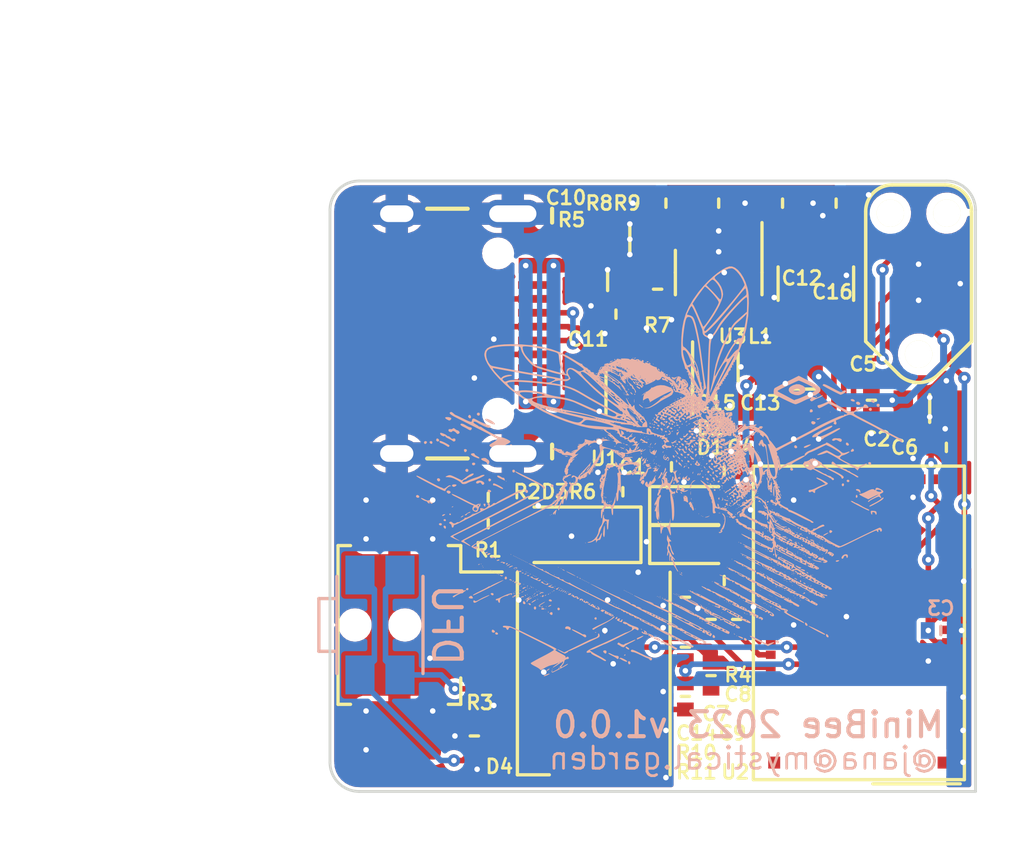
<source format=kicad_pcb>
(kicad_pcb (version 20211014) (generator pcbnew)
  (layers (0 "F.Cu" signal) (31 "B.Cu" signal) (34 "B.Paste" user) (35 "F.Paste" user) (36 "B.SilkS" user "B.Silkscreen") (37 "F.SilkS" user "F.Silkscreen") (38 "B.Mask" user) (39 "F.Mask" user) (44 "Edge.Cuts" user))
  (net 0 "")
  (net 1 "GND")
  (net 2 "VBUS")
  (net 3 "+3V3")
  (net 4 "RST")
  (net 5 "Net-(C7-Pad2)")
  (net 6 "Net-(C8-Pad2)")
  (net 7 "Net-(C9-Pad2)")
  (net 8 "Net-(C10-Pad2)")
  (net 9 "Net-(C12-Pad1)")
  (net 10 "Net-(C12-Pad2)")
  (net 11 "Net-(C14-Pad2)")
  (net 12 "Net-(D1-Pad2)")
  (net 13 "Net-(D4-Pad2)")
  (net 14 "Net-(D4-Pad4)")
  (net 15 "Net-(J1-PadA5)")
  (net 16 "D+")
  (net 17 "D-")
  (net 19 "Net-(J1-PadB5)")
  (net 21 "SDA")
  (net 22 "SCL")
  (net 23 "T1")
  (net 24 "T2")
  (net 25 "T3")
  (net 26 "SWDIO")
  (net 27 "SWCLK")
  (net 28 "TDO")
  (net 29 "Net-(R3-Pad1)")
  (net 30 "Net-(R4-Pad1)")
  (net 31 "Net-(R7-Pad2)")
  (net 32 "Net-(R8-Pad2)")
  (net 91 "Net-(D2-Pad1)")
  (footprint "otter:C_0805" (layer "F.Cu") (at 71.6 58.2 180)
    (fp_text reference "C2")
    (fp_text value "4u7" hide)
  )
  (footprint "otter:C_0402" (layer "F.Cu") (at 64.65 65.8 -90)
    (fp_text reference "C8")
    (fp_text value "3p3" hide)
  )
  (footprint "otter:C_0402" (layer "F.Cu") (at 62.8 65 90)
    (fp_text reference "C14")
    (fp_text value "100n" hide)
  )
  (footprint "otter:R_0402" (layer "F.Cu") (at 62.8 68.575 90)
    (fp_text reference "R11")
    (fp_text value "20" hide)
  )
  (footprint "otter:R_0402" (layer "F.Cu") (at 55.2 70 90)
    (fp_text reference "R3")
    (fp_text value "5k1" hide)
  )
  (footprint "otter:C_0402" (layer "F.Cu") (at 60.3 54.8)
    (fp_text reference "C11")
    (fp_text value "100n" hide)
  )
  (footprint "otter:R_0402" (layer "F.Cu") (at 55.7 62.35)
    (fp_text reference "R1")
    (fp_text value "5k1" hide)
  )
  (footprint "otter:C_0402" (layer "F.Cu") (at 63.725 65.8 -90)
    (fp_text reference "C7")
    (fp_text value "3p3" hide)
  )
  (footprint "otter:TC2030" (layer "F.Cu") (at 71.2 53.7 90)
    (fp_text reference "P1" hide)
    (fp_text value "TC2030-CTX-Tag-Connect" hide)
  )
  (footprint "otter:LED_0603_1608Metric" (layer "F.Cu") (at 63.2 61.7)
    (fp_text reference "D2")
    (fp_text value "LED")
  )
  (footprint "otter:C_0805" (layer "F.Cu") (at 67.1 57.5 90)
    (fp_text reference "C13")
    (fp_text value "4u7" hide)
  )
  (footprint "Package_TO_SOT_SMD:SOT-23-6" (layer "F.Cu") (at 64 53.3 -90)
    (fp_text reference "U3")
    (fp_text value "SY8201")
  )
  (footprint "otter:C_0805" (layer "F.Cu") (at 60.8 52.1)
    (fp_text reference "C10")
    (fp_text value "4u7" hide)
  )
  (footprint "otter:R_0402" (layer "F.Cu") (at 62.8 66.8 90)
    (fp_text reference "R10")
    (fp_text value "100k" hide)
  )
  (footprint "otter:R_0402" (layer "F.Cu") (at 64 50.8)
    (fp_text reference "R9")
    (fp_text value "22k" hide)
  )
  (footprint "Diode_SMD:D_SOD-123F" (layer "F.Cu") (at 59 62.75 180)
    (fp_text reference "D3")
    (fp_text value "D_Small")
  )
  (footprint "otter:LED_0603_1608Metric" (layer "F.Cu") (at 63.2 63.1)
    (fp_text reference "D1")
    (fp_text value "LED")
  )
  (footprint "Connector_Molex:Molex_PicoBlade_53261-0371_1x03-1MP_P1.25mm_Horizontal" (layer "F.Cu") (at 53 66 -90)
    (fp_text reference "J4" hide)
    (fp_text value "SK6812")
  )
  (footprint "otter:C_0402" (layer "F.Cu") (at 68.23 50.8)
    (fp_text reference "C16")
    (fp_text value "100n" hide)
  )
  (footprint "otter:C_0402" (layer "F.Cu") (at 62.3 60.3)
    (fp_text reference "C1")
    (fp_text value "100n" hide)
  )
  (footprint "LED_SMD:LED_SK6812_PLCC4_5.0x5.0mm_P3.2mm" (layer "F.Cu") (at 59.5 67.75 -90)
    (fp_text reference "D4")
    (fp_text value "SK6812")
  )
  (footprint "Inductor_SMD:L_1210_3225Metric" (layer "F.Cu") (at 67.5 53.7 -90)
    (fp_text reference "L1")
    (fp_text value "4u7")
  )
  (footprint "otter:STM32WB5MMG" (layer "F.Cu") (at 69.05 71.425 180)
    (fp_text reference "U2")
    (fp_text value "STM32WB5MMG")
  )
  (footprint "otter:C_0402" (layer "F.Cu") (at 64.2 60.45)
    (fp_text reference "C4")
    (fp_text value "100n" hide)
  )
  (footprint "otter:R_0402" (layer "F.Cu") (at 55.7 61.4)
    (fp_text reference "R2")
    (fp_text value "5k1" hide)
  )
  (footprint "otter:R_0603" (layer "F.Cu") (at 60 53.6)
    (fp_text reference "R5")
    (fp_text value "1" hide)
  )
  (footprint "Package_TO_SOT_SMD:SOT-23-6" (layer "F.Cu") (at 61.5 57.6 -90)
    (fp_text reference "U1")
    (fp_text value "USBLC4SC6")
  )
  (footprint "otter:C_0805" (layer "F.Cu") (at 64.7 56.7)
    (fp_text reference "C15")
    (fp_text value "4u7" hide)
  )
  (footprint "otter:R_0402" (layer "F.Cu") (at 64.2 64.4 180)
    (fp_text reference "R4")
    (fp_text value "5k1" hide)
  )
  (footprint "otter:R_0402" (layer "F.Cu") (at 62.1 50.8)
    (fp_text reference "R8")
    (fp_text value "100k" hide)
  )
  (footprint "otter:C_0402" (layer "F.Cu") (at 69.5 57.9 90)
    (fp_text reference "C5")
    (fp_text value "100n" hide)
  )
  (footprint "otter:R_0402" (layer "F.Cu") (at 60.55 61.2 180)
    (fp_text reference "R6")
    (fp_text value "5k1" hide)
  )
  (footprint "otter:USB-C 16Pin" (layer "F.Cu") (at 57.5 55.5 -90)
    (fp_text reference "J1" hide)
    (fp_text value "USB")
  )
  (footprint "otter:C_0402" (layer "F.Cu") (at 72.2 59.6 180)
    (fp_text reference "C6")
    (fp_text value "100n" hide)
  )
  (footprint "otter:C_0402" (layer "F.Cu") (at 63.725 67.825 -90)
    (fp_text reference "C9")
    (fp_text value "3p3" hide)
  )
  (footprint "otter:R_0402" (layer "F.Cu") (at 61.8 53.9 -90)
    (fp_text reference "R7")
    (fp_text value "100k" hide)
  )
  (footprint "otter:C_0402" (layer "F.Cu") (at 66.3 50.8 180)
    (fp_text reference "C12")
    (fp_text value "100n" hide)
  )
  (footprint "otter:C_0402" (layer "B.Cu") (at 72 66.2 180)
    (fp_text reference "C3")
    (fp_text value "100n" hide)
  )
  (footprint "Button_Switch_SMD:SW_SPST_EVQP7C" (layer "B.Cu") (at 51.8 66 90)
    (fp_text reference "SW1" hide)
    (fp_text value "DFU")
  )
  (footprint "otter:miniBee_25x25" (layer "B.Cu") (at 62 60.1 180)
    (fp_text reference "G***" hide)
    (fp_text value "LOGO" hide)
  )
  (gr_arc (start 51.05 72) (mid 50.307538 71.692462) (end 50 70.95) (layer "Edge.Cuts") (width 0.1))
  (gr_line (start 50 51.05) (end 50 70.95) (layer "Edge.Cuts") (width 0.1))
  (gr_line (start 51.05 72) (end 73.25 72) (layer "Edge.Cuts") (width 0.1))
  (gr_line (start 73.25 51.05) (end 73.25 72) (layer "Edge.Cuts") (width 0.1))
  (gr_arc (start 50 51.05) (mid 50.307538 50.307538) (end 51.05 50) (layer "Edge.Cuts") (width 0.1))
  (gr_line (start 51.05 50) (end 72.2 50) (layer "Edge.Cuts") (width 0.1))
  (gr_arc (start 72.2 50) (mid 72.942462 50.307538) (end 73.25 51.05) (layer "Edge.Cuts") (width 0.1))
  (gr_text "DFU" (at 54.2 66 270) (layer "B.SilkS") (effects (font (size 1 1)) (justify mirror)))
  (gr_text "@jana@mystical.garden" (at 72 70.8) (layer "B.SilkS") (effects (font (size 0.8 0.8) (thickness 0.1)) (justify left mirror)))
  (gr_text "MiniBee 2023 v1.0.0" (at 72.2 69.6) (layer "B.SilkS") (effects (font (size 0.9 0.9)) (justify left mirror)))
  (segment (start 68.6 65.725) (end 68.6 65.7) (width 0.4) (layer "F.Cu") (net 1))
  (segment (start 72.725 66.175) (end 72.75 66.2) (width 0.2) (layer "F.Cu") (net 1))
  (segment (start 72.55 58.2) (end 72.67 58.32) (width 0.5) (layer "F.Cu") (net 1))
  (segment (start 63.725 67.255) (end 62.8 66.33) (width 0.2) (layer "F.Cu") (net 1))
  (segment (start 64 51.476755) (end 64 51.8) (width 0.4) (layer "F.Cu") (net 1))
  (segment (start 64 52.55) (end 64 53.1) (width 0.4) (layer "F.Cu") (net 1))
  (segment (start 64.47 50.8) (end 64.95 50.8) (width 0.2) (layer "F.Cu") (net 1))
  (segment (start 59.7 52.25) (end 59.85 52.1) (width 0.5) (layer "F.Cu") (net 1))
  (segment (start 72.225 66.175) (end 72.725 66.175) (width 0.2) (layer "F.Cu") (net 1))
  (segment (start 64 51.8) (end 64 52.1625) (width 0.4) (layer "F.Cu") (net 1))
  (segment (start 63.725 67.355) (end 63.725 67.255) (width 0.2) (layer "F.Cu") (net 1))
  (segment (start 57.55 58.75) (end 57.55 58.855) (width 0.5) (layer "F.Cu") (net 1))
  (segment (start 64.47 50.7) (end 64.47 51.006755) (width 0.4) (layer "F.Cu") (net 1))
  (segment (start 72.525 61.225) (end 72.75 61) (width 0.25) (layer "F.Cu") (net 1))
  (segment (start 64.47 51.006755) (end 64 51.476755) (width 0.4) (layer "F.Cu") (net 1))
  (segment (start 72.225 61.225) (end 72.525 61.225) (width 0.25) (layer "F.Cu") (net 1))
  (segment (start 64 53.1) (end 64.2 53.3) (width 0.4) (layer "F.Cu") (net 1))
  (segment (start 57.55 58.855) (end 56.585 59.82) (width 0.5) (layer "F.Cu") (net 1))
  (segment (start 67.76 50.8) (end 67.398502 50.8) (width 0.2) (layer "F.Cu") (net 1))
  (segment (start 72.75 59.68) (end 72.67 59.6) (width 0.25) (layer "F.Cu") (net 1))
  (segment (start 64 52.1625) (end 64 52.55) (width 0.4) (layer "F.Cu") (net 1))
  (segment (start 72.75 61) (end 72.75 59.68) (width 0.25) (layer "F.Cu") (net 1))
  (segment (start 57.55 52.145) (end 56.585 51.18) (width 0.5) (layer "F.Cu") (net 1))
  (segment (start 57.55 52.25) (end 57.55 52.145) (width 0.5) (layer "F.Cu") (net 1))
  (segment (start 57.55 52.25) (end 59.7 52.25) (width 0.5) (layer "F.Cu") (net 1))
  (segment (start 72.67 58.32) (end 72.67 59.6) (width 0.5) (layer "F.Cu") (net 1))
  (via (at 64.45 59.75) (size 0.45) (drill 0.2) (layers "F.Cu" "B.Cu") (net 1))
  (via (at 71 61.4) (size 0.45) (drill 0.2) (layers "F.Cu" "B.Cu") (net 1))
  (via (at 60.8 51.55) (size 0.45) (drill 0.2) (layers "F.Cu" "B.Cu") (net 1))
  (via (at 62.75 60.85) (size 0.45) (drill 0.2) (layers "F.Cu" "B.Cu") (net 1))
  (via (at 57.5 61.7) (size 0.45) (drill 0.2) (layers "F.Cu" "B.Cu") (net 1))
  (via (at 67.6 59.3) (size 0.45) (drill 0.2) (layers "F.Cu" "B.Cu") (net 1))
  (via (at 61.1 64.1) (size 0.45) (drill 0.2) (layers "F.Cu" "B.Cu") (net 1))
  (via (at 51.3 69.1) (size 0.45) (drill 0.2) (layers "F.Cu" "B.Cu") (net 1))
  (via (at 69.5 59.1) (size 0.45) (drill 0.2) (layers "F.Cu" "B.Cu") (net 1))
  (via (at 66 54.2) (size 0.45) (drill 0.2) (layers "F.Cu" "B.Cu") (net 1))
  (via (at 72.8 68.6) (size 0.45) (drill 0.2) (layers "F.Cu" "B.Cu") (net 1))
  (via (at 65.5 60.2) (size 0.45) (drill 0.2) (layers "F.Cu" "B.Cu") (net 1))
  (via (at 59.7 59.4) (size 0.45) (drill 0.2) (layers "F.Cu" "B.Cu") (net 1))
  (via (at 55.9 68.9) (size 0.45) (drill 0.2) (layers "F.Cu" "B.Cu") (net 1))
  (via (at 61.4 63) (size 0.45) (drill 0.2) (layers "F.Cu" "B.Cu") (net 1))
  (via (at 71.2 53) (size 0.45) (drill 0.2) (layers "F.Cu" "B.Cu") (net 1))
  (via (at 72.8 69.8) (size 0.45) (drill 0.2) (layers "F.Cu" "B.Cu") (net 1))
  (via (at 71.6 58.5) (size 0.45) (drill 0.2) (layers "F.Cu" "B.Cu") (net 1))
  (via (at 64.2 53.3) (size 0.45) (drill 0.2) (layers "F.Cu" "B.Cu") (net 1))
  (via (at 67.475 60.175) (size 0.45) (drill 0.2) (layers "F.Cu" "B.Cu") (net 1))
  (via (at 62.1 71.5) (size 0.45) (drill 0.2) (layers "F.Cu" "B.Cu") (net 1))
  (via (at 59.9 55.5) (size 0.45) (drill 0.2) (layers "F.Cu" "B.Cu") (net 1))
  (via (at 72.8 70.95) (size 0.45) (drill 0.2) (layers "F.Cu" "B.Cu") (net 1))
  (via (at 55.9 55.7) (size 0.45) (drill 0.2) (layers "F.Cu" "B.Cu") (net 1))
  (via (at 53.7 61.5) (size 0.45) (drill 0.2) (layers "F.Cu" "B.Cu") (net 1))
  (via (at 66.7 66) (size 0.45) (drill 0.2) (layers "F.Cu" "B.Cu") (net 1))
  (via (at 64.95 50.8) (size 0.45) (drill 0.2) (layers "F.Cu" "B.Cu") (net 1))
  (via (at 59.4 54.5) (size 0.45) (drill 0.2) (layers "F.Cu" "B.Cu") (net 1))
  (via (at 61.4 55.3) (size 0.45) (drill 0.2) (layers "F.Cu" "B.Cu") (net 1))
  (via (at 51.3 61.5) (size 0.45) (drill 0.2) (layers "F.Cu" "B.Cu") (net 1))
  (via (at 65.15 61.85) (size 0.45) (drill 0.2) (layers "F.Cu" "B.Cu") (net 1))
  (via (at 56.8 65.1) (size 0.45) (drill 0.2) (layers "F.Cu" "B.Cu") (net 1))
  (via (at 71.6 57.8) (size 0.45) (drill 0.2) (layers "F.Cu" "B.Cu") (net 1))
  (via (at 63.7 55.6) (size 0.45) (drill 0.2) (layers "F.Cu" "B.Cu") (net 1))
  (via (at 64.8 56.7) (size 0.45) (drill 0.2) (layers "F.Cu" "B.Cu") (net 1))
  (via (at 71.2 54.3) (size 0.45) (drill 0.2) (layers "F.Cu" "B.Cu") (net 1))
  (via (at 59.65 60.5) (size 0.45) (drill 0.2) (layers "F.Cu" "B.Cu") (net 1))
  (via (at 64.4 58.1) (size 0.45) (drill 0.2) (layers "F.Cu" "B.Cu") (net 1))
  (via (at 54.5 70) (size 0.45) (drill 0.2) (layers "F.Cu" "B.Cu") (net 1))
  (via (at 65.7 55.6) (size 0.45) (drill 0.2) (layers "F.Cu" "B.Cu") (net 1))
  (via (at 53.7 69.1) (size 0.45) (drill 0.2) (layers "F.Cu" "B.Cu") (net 1))
  (via (at 60.6 60.5) (size 0.45) (drill 0.2) (layers "F.Cu" "B.Cu") (net 1))
  (via (at 60.8 52.65) (size 0.45) (drill 0.2) (layers "F.Cu" "B.Cu") (net 1))
  (via (at 59.7 58.3) (size 0.45) (drill 0.2) (layers "F.Cu" "B.Cu") (net 1))
  (via (at 60 53.2) (size 0.45) (drill 0.2) (layers "F.Cu" "B.Cu") (net 1))
  (via (at 51.3 70.5) (size 0.45) (drill 0.2) (layers "F.Cu" "B.Cu") (net 1))
  (via (at 72.75 66.2) (size 0.45) (drill 0.2) (layers "F.Cu" "B.Cu") (net 1))
  (via (at 65.6 57.8) (size 0.45) (drill 0.2) (layers "F.Cu" "B.Cu") (net 1))
  (via (at 72.157865 58.930603) (size 0.45) (drill 0.2) (layers "F.Cu" "B.Cu") (net 1))
  (via (at 71 60) (size 0.45) (drill 0.2) (layers "F.Cu" "B.Cu") (net 1))
  (via (at 60 65.1) (size 0.45) (drill 0.2) (layers "F.Cu" "B.Cu") (net 1))
  (via (at 59.9 66.2) (size 0.45) (drill 0.2) (layers "F.Cu" "B.Cu") (net 1))
  (via (at 66.4 57.3) (size 0.45) (drill 0.2) (layers "F.Cu" "B.Cu") (net 1))
  (via (at 55.3 71.2) (size 0.45) (drill 0.2) (layers "F.Cu" "B.Cu") (net 1))
  (via (at 68.6 53.4) (size 0.45) (drill 0.2) (layers "F.Cu" "B.Cu") (net 1))
  (via (at 63.25 65.4) (size 0.45) (drill 0.2) (layers "F.Cu" "B.Cu") (net 1))
  (via (at 71.55 67.3) (size 0.45) (drill 0.2) (layers "F.Cu" "B.Cu") (net 1))
  (via (at 62.3 55) (size 0.45) (drill 0.2) (layers "F.Cu" "B.Cu") (net 1))
  (via (at 63.2 59) (size 0.45) (drill 0.2) (layers "F.Cu" "B.Cu") (net 1))
  (via (at 62 66.1) (size 0.45) (drill 0.2) (layers "F.Cu" "B.Cu") (net 1))
  (via (at 65.25 65.35) (size 0.45) (drill 0.2) (layers "F.Cu" "B.Cu") (net 1))
  (via (at 62 65.3) (size 0.45) (drill 0.2) (layers "F.Cu" "B.Cu") (net 1))
  (via (at 53.7 62.9) (size 0.45) (drill 0.2) (layers "F.Cu" "B.Cu") (net 1))
  (via (at 72.2 57.2) (size 0.45) (drill 0.2) (layers "F.Cu" "B.Cu") (net 1))
  (via (at 57.7 67.7) (size 0.45) (drill 0.2) (layers "F.Cu" "B.Cu") (net 1))
  (via (at 67.75 51.25) (size 0.45) (drill 0.2) (layers "F.Cu" "B.Cu") (net 1))
  (via (at 72.825 64.425) (size 0.45) (drill 0.2) (layers "F.Cu" "B.Cu") (net 1))
  (via (at 58.7 62.8) (size 0.45) (drill 0.2) (layers "F.Cu" "B.Cu") (net 1))
  (via (at 72.7 53.7) (size 0.45) (drill 0.2) (layers "F.Cu" "B.Cu") (net 1))
  (via (at 67.398502 50.8) (size 0.45) (drill 0.2) (layers "F.Cu" "B.Cu") (net 1))
  (via (at 66.7 61.5) (size 0.45) (drill 0.2) (layers "F.Cu" "B.Cu") (net 1))
  (via (at 62 68.4) (size 0.45) (drill 0.2) (layers "F.Cu" "B.Cu") (net 1))
  (via (at 53.6 67.2) (size 0.45) (drill 0.2) (layers "F.Cu" "B.Cu") (net 1))
  (via (at 62.1 69.8) (size 0.45) (drill 0.2) (layers "F.Cu" "B.Cu") (net 1))
  (via (at 55.2 57.1) (size 0.45) (drill 0.2) (layers "F.Cu" "B.Cu") (net 1))
  (via (at 68.6 65.7) (size 0.45) (drill 0.2) (layers "F.Cu" "B.Cu") (net 1))
  (via (at 67.3 57.7) (size 0.45) (drill 0.2) (layers "F.Cu" "B.Cu") (net 1))
  (via (at 51.3 62.9) (size 0.45) (drill 0.2) (layers "F.Cu" "B.Cu") (net 1))
  (via (at 69.4 50.5) (size 0.45) (drill 0.2) (layers "F.Cu" "B.Cu") (net 1))
  (via (at 64 52.55) (size 0.45) (drill 0.2) (layers "F.Cu" "B.Cu") (net 1))
  (via (at 60.8 52.1) (size 0.45) (drill 0.2) (layers "F.Cu" "B.Cu") (net 1))
  (via (at 60.9 50.8) (size 0.45) (drill 0.2) (layers "F.Cu" "B.Cu") (net 1))
  (via (at 66.7 59.3) (size 0.45) (drill 0.2) (layers "F.Cu" "B.Cu") (net 1))
  (via (at 60.2 67.4) (size 0.45) (drill 0.2) (layers "F.Cu" "B.Cu") (net 1))
  (via (at 63.75 59.9) (size 0.45) (drill 0.2) (layers "F.Cu" "B.Cu") (net 1))
  (via (at 64 51.8) (size 0.45) (drill 0.2) (layers "F.Cu" "B.Cu") (net 1))
  (segment (start 72.75 66.2) (end 72.47 66.2) (width 0.2) (layer "B.Cu") (net 1))
  (segment (start 58.682022 57.95) (end 58.95 58.217978) (width 0.6) (layer "F.Cu") (net 2))
  (segment (start 57.55 57.95) (end 58.682022 57.95) (width 0.5) (layer "F.Cu") (net 2))
  (segment (start 58.7 53.05) (end 59.25 53.6) (width 0.5) (layer "F.Cu") (net 2))
  (segment (start 55.6 64.75) (end 57.6 62.75) (width 0.7) (layer "F.Cu") (net 2))
  (segment (start 61.5 59.97) (end 61.83 60.3) (width 0.2) (layer "F.Cu") (net 2))
  (segment (start 58.95 59.85) (end 58.95 61.4) (width 0.6) (layer "F.Cu") (net 2))
  (segment (start 55.4 64.75) (end 55.6 64.75) (width 0.7) (layer "F.Cu") (net 2))
  (segment (start 58.05 53.05) (end 58.7 53.05) (width 0.5) (layer "F.Cu") (net 2))
  (segment (start 58.95 61.4) (end 57.6 62.75) (width 0.6) (layer "F.Cu") (net 2))
  (segment (start 58.95 58.217978) (end 58.95 59.85) (width 0.6) (layer "F.Cu") (net 2))
  (segment (start 61.5 58.7375) (end 61.5 59.97) (width 0.2) (layer "F.Cu") (net 2))
  (segment (start 57.55 53.05) (end 58.05 53.05) (width 0.5) (layer "F.Cu") (net 2))
  (segment (start 59.07 59.97) (end 58.95 59.85) (width 0.2) (layer "F.Cu") (net 2))
  (segment (start 61.5 59.97) (end 59.07 59.97) (width 0.2) (layer "F.Cu") (net 2))
  (via (at 57.05 53.05) (size 0.45) (drill 0.2) (layers "F.Cu" "B.Cu") (net 2))
  (via (at 58.05 53.05) (size 0.45) (drill 0.2) (layers "F.Cu" "B.Cu") (net 2))
  (via (at 57.05 57.95) (size 0.45) (drill 0.2) (layers "F.Cu" "B.Cu") (net 2))
  (via (at 58.05 57.95) (size 0.45) (drill 0.2) (layers "F.Cu" "B.Cu") (net 2))
  (segment (start 57.05 57.95) (end 57.05 53.05) (width 0.5) (layer "B.Cu") (net 2))
  (segment (start 58.05 53.05) (end 58.05 57.95) (width 0.5) (layer "B.Cu") (net 2))
  (segment (start 67.1 56.55) (end 67.6 57.049998) (width 0.5) (layer "F.Cu") (net 3))
  (segment (start 71.73 59.683511) (end 71.73 59.6) (width 0.25) (layer "F.Cu") (net 3))
  (segment (start 71.65 59.68) (end 71.73 59.6) (width 0.2) (layer "F.Cu") (net 3))
  (segment (start 72.225 66.625) (end 71.825 66.625) (width 0.2) (layer "F.Cu") (net 3))
  (segment (start 71.55 66.35) (end 71.55 66.2) (width 0.2) (layer "F.Cu") (net 3))
  (segment (start 65.65 56.7) (end 65 57.35) (width 0.25) (layer "F.Cu") (net 3))
  (segment (start 64.985 60.765) (end 65.035 60.815) (width 0.25) (layer "F.Cu") (net 3))
  (segment (start 65.225 61.225) (end 64.985 60.985) (width 0.25) (layer "F.Cu") (net 3))
  (segment (start 64.985 60.985) (end 64.985 60.765) (width 0.25) (layer "F.Cu") (net 3))
  (segment (start 71.825 66.625) (end 71.55 66.35) (width 0.2) (layer "F.Cu") (net 3))
  (segment (start 70.25 57.9) (end 70.35 57.9) (width 0.5) (layer "F.Cu") (net 3))
  (segment (start 67.1 55.5) (end 67.5 55.1) (width 0.7) (layer "F.Cu") (net 3))
  (segment (start 59.35 62.192978) (end 59.35 66.9) (width 0.2) (layer "F.Cu") (net 3))
  (segment (start 67.1 56.55) (end 67.1 55.5) (width 0.7) (layer "F.Cu") (net 3))
  (segment (start 71.835 55.46) (end 72.1 55.725) (width 0.25) (layer "F.Cu") (net 3))
  (segment (start 65 57.35) (end 65 57.375) (width 0.25) (layer "F.Cu") (net 3))
  (segment (start 64.3 61.7) (end 64.0125 61.7) (width 0.25) (layer "F.Cu") (net 3))
  (segment (start 71.55 66.2) (end 71.55 63.65) (width 0.2) (layer "F.Cu") (net 3))
  (segment (start 57.95 68.3) (end 54.5 68.3) (width 0.2) (layer "F.Cu") (net 3))
  (segment (start 71.835 54.97) (end 71.835 55.46) (width 0.25) (layer "F.Cu") (net 3))
  (segment (start 59.642978 61.9) (end 59.35 62.192978) (width 0.2) (layer "F.Cu") (net 3))
  (segment (start 71.933989 61.675) (end 71.55 62.058989) (width 0.2) (layer "F.Cu") (net 3))
  (segment (start 69.25 54.05) (end 68.2 55.1) (width 0.4) (layer "F.Cu") (net 3))
  (segment (start 68.2 55.1) (end 67.5 55.1) (width 0.4) (layer "F.Cu") (net 3))
  (segment (start 70.65 58.52) (end 71.73 59.6) (width 0.5) (layer "F.Cu") (net 3))
  (segment (start 70.35 57.9) (end 70.65 58.2) (width 0.5) (layer "F.Cu") (net 3))
  (segment (start 68.146489 50.246489) (end 68.7 50.8) (width 0.2) (layer "F.Cu") (net 3))
  (segment (start 71.842978 65.725) (end 71.55 66.017978) (width 0.2) (layer "F.Cu") (net 3))
  (segment (start 72.225 61.675) (end 71.975 61.675) (width 0.2) (layer "F.Cu") (net 3))
  (segment (start 71.975 61.675) (end 71.65 61.35) (width 0.2) (layer "F.Cu") (net 3))
  (segment (start 63.2 62.4) (end 61.55 62.4) (width 0.2) (layer "F.Cu") (net 3))
  (segment (start 69.25 51.35) (end 69.25 54.05) (width 0.4) (layer "F.Cu") (net 3))
  (segment (start 72.225 60.75) (end 72.225 60.178511) (width 0.25) (layer "F.Cu") (net 3))
  (segment (start 71.55 62.058989) (end 71.55 62.15) (width 0.2) (layer "F.Cu") (net 3))
  (segment (start 64.67 60.45) (end 64.985 60.765) (width 0.25) (layer "F.Cu") (net 3))
  (segment (start 70.65 58.2) (end 70.65 58.52) (width 0.5) (layer "F.Cu") (net 3))
  (segment (start 68.7 50.8) (end 69.25 51.35) (width 0.4) (layer "F.Cu") (net 3))
  (segment (start 65.8 56.55) (end 65.65 56.7) (width 0.7) (layer "F.Cu") (net 3))
  (segment (start 65.445 61.225) (end 65.225 61.225) (width 0.25) (layer "F.Cu") (net 3))
  (segment (start 72.225 61.675) (end 71.933989 61.675) (width 0.2) (layer "F.Cu") (net 3))
  (segment (start 67.1 56.55) (end 65.8 56.55) (width 0.7) (layer "F.Cu") (net 3))
  (segment (start 65.445 61.225) (end 64.775 61.225) (width 0.25) (layer "F.Cu") (net 3))
  (segment (start 65.875 61.225) (end 65.445 61.225) (width 0.25) (layer "F.Cu") (net 3))
  (segment (start 64.0125 61.7) (end 63.9 61.7) (width 0.2) (layer "F.Cu") (net 3))
  (segment (start 71.55 66.017978) (end 71.55 66.2) (width 0.2) (layer "F.Cu") (net 3))
  (segment (start 62.183511 50.246489) (end 68.146489 50.246489) (width 0.2) (layer "F.Cu") (net 3))
  (segment (start 72.225 65.725) (end 71.842978 65.725) (width 0.2) (layer "F.Cu") (net 3))
  (segment (start 61.63 50.8) (end 62.183511 50.246489) (width 0.2) (layer "F.Cu") (net 3))
  (segment (start 61.55 62.4) (end 61.05 61.9) (width 0.2) (layer "F.Cu") (net 3))
  (segment (start 63.9 61.7) (end 63.2 62.4) (width 0.2) (layer "F.Cu") (net 3))
  (segment (start 72.225 60.178511) (end 71.73 59.683511) (width 0.25) (layer "F.Cu") (net 3))
  (segment (start 71.65 60.196498) (end 71.65 59.68) (width 0.2) (layer "F.Cu") (net 3))
  (segment (start 59.35 66.9) (end 57.95 68.3) (width 0.2) (layer "F.Cu") (net 3))
  (segment (start 61.05 61.9) (end 59.642978 61.9) (width 0.2) (layer "F.Cu") (net 3))
  (segment (start 64.775 61.225) (end 64.3 61.7) (width 0.25) (layer "F.Cu") (net 3))
  (via (at 72.1 55.725) (size 0.45) (drill 0.2) (layers "F.Cu" "B.Cu") (net 3))
  (via (at 71.55 66.2) (size 0.45) (drill 0.2) (layers "F.Cu" "B.Cu") (net 3))
  (via (at 64.985 60.765) (size 0.45) (drill 0.2) (layers "F.Cu" "B.Cu") (net 3))
  (via (at 71.65 61.35) (size 0.45) (drill 0.2) (layers "F.Cu" "B.Cu") (net 3))
  (via (at 67.6 57.049998) (size 0.45) (drill 0.2) (layers "F.Cu" "B.Cu") (net 3))
  (via (at 71.55 62.15) (size 0.45) (drill 0.2) (layers "F.Cu" "B.Cu") (net 3))
  (via (at 71.55 63.65) (size 0.45) (drill 0.2) (layers "F.Cu" "B.Cu") (net 3))
  (via (at 71.65 60.196498) (size 0.45) (drill 0.2) (layers "F.Cu" "B.Cu") (net 3))
  (via (at 65 57.375) (size 0.45) (drill 0.2) (layers "F.Cu" "B.Cu") (net 3))
  (via (at 70.25 57.9) (size 0.45) (drill 0.2) (layers "F.Cu" "B.Cu") (net 3))
  (via (at 54.5 68.3) (size 0.45) (drill 0.2) (layers "F.Cu" "B.Cu") (net 3))
  (segment (start 72.1 56.568318) (end 70.768318 57.9) (width 0.25) (layer "B.Cu") (net 3))
  (segment (start 64.985 60.765) (end 64.985 57.39) (width 0.25) (layer "B.Cu") (net 3))
  (segment (start 72.1 55.725) (end 72.1 56.568318) (width 0.25) (layer "B.Cu") (net 3))
  (segment (start 70.768318 57.9) (end 70.25 57.9) (width 0.25) (layer "B.Cu") (net 3))
  (segment (start 71.55 63.65) (end 71.55 62.15) (width 0.2) (layer "B.Cu") (net 3))
  (segment (start 71.65 61.35) (end 71.65 60.196498) (width 0.2) (layer "B.Cu") (net 3))
  (segment (start 54.5 68.3) (end 54 67.8) (width 0.2) (layer "B.Cu") (net 3))
  (segment (start 52.52 64.2) (end 52.000479 64.719521) (width 0.2) (layer "B.Cu") (net 3))
  (segment (start 54 67.8) (end 52.52 67.8) (width 0.2) (layer "B.Cu") (net 3))
  (segment (start 52.000479 64.719521) (end 52.000479 67.280479) (width 0.2) (layer "B.Cu") (net 3))
  (segment (start 64.985 57.39) (end 65 57.375) (width 0.25) (layer "B.Cu") (net 3))
  (segment (start 67.6 57.049998) (end 68.450002 57.9) (width 0.5) (layer "B.Cu") (net 3))
  (segment (start 52.000479 67.280479) (end 52.52 67.8) (width 0.2) (layer "B.Cu") (net 3))
  (segment (start 68.450002 57.9) (end 70.25 57.9) (width 0.5) (layer "B.Cu") (net 3))
  (segment (start 72.6 54.465) (end 71.835 53.7) (width 0.2) (layer "F.Cu") (net 4))
  (segment (start 72.6 56.032962) (end 72.6 54.465) (width 0.2) (layer "F.Cu") (net 4))
  (segment (start 69.83 57.1) (end 71.532962 57.1) (width 0.2) (layer "F.Cu") (net 4))
  (segment (start 72.2 56.45) (end 72.2 56.432962) (width 0.2) (layer "F.Cu") (net 4))
  (segment (start 72.607022 63.925) (end 72.85 63.682022) (width 0.2) (layer "F.Cu") (net 4))
  (segment (start 72.2 56.432962) (end 72.6 56.032962) (width 0.2) (layer "F.Cu") (net 4))
  (segment (start 72.225 63.925) (end 72.607022 63.925) (width 0.2) (layer "F.Cu") (net 4))
  (segment (start 72.85 57.1) (end 72.2 56.45) (width 0.2) (layer "F.Cu") (net 4))
  (segment (start 69.5 57.43) (end 69.83 57.1) (width 0.2) (layer "F.Cu") (net 4))
  (segment (start 72.85 63.682022) (end 72.85 61.65) (width 0.2) (layer "F.Cu") (net 4))
  (segment (start 71.532962 57.1) (end 72.6 56.032962) (width 0.2) (layer "F.Cu") (net 4))
  (via (at 72.85 57.1) (size 0.45) (drill 0.2) (layers "F.Cu" "B.Cu") (net 4))
  (via (at 72.85 61.65) (size 0.45) (drill 0.2) (layers "F.Cu" "B.Cu") (net 4))
  (segment (start 72.85 61.65) (end 72.85 57.1) (width 0.2) (layer "B.Cu") (net 4))
  (segment (start 65.875 67.525) (end 64.95 67.525) (width 0.2) (layer "F.Cu") (net 5))
  (segment (start 64.95 67.525) (end 63.795 66.37) (width 0.2) (layer "F.Cu") (net 5))
  (segment (start 63.795 66.37) (end 63.725 66.37) (width 0.2) (layer "F.Cu") (net 5))
  (segment (start 65.45 67.075) (end 64.745 66.37) (width 0.2) (layer "F.Cu") (net 6))
  (segment (start 65.875 67.075) (end 65.45 67.075) (width 0.2) (layer "F.Cu") (net 6))
  (segment (start 64.745 66.37) (end 64.6 66.37) (width 0.2) (layer "F.Cu") (net 6))
  (segment (start 65.875 68) (end 65.567969 68) (width 0.2) (layer "F.Cu") (net 7))
  (segment (start 65.567969 68) (end 65.446489 67.87852) (width 0.2) (layer "F.Cu") (net 7))
  (segment (start 64.14148 67.87852) (end 63.725 68.295) (width 0.2) (layer "F.Cu") (net 7))
  (segment (start 65.446489 67.87852) (end 64.14148 67.87852) (width 0.2) (layer "F.Cu") (net 7))
  (segment (start 60.92 53.43) (end 61.8 53.43) (width 0.5) (layer "F.Cu") (net 8))
  (segment (start 63.43 53.43) (end 61.8 53.43) (width 0.3) (layer "F.Cu") (net 8))
  (segment (start 60.77 53.62) (end 60.75 53.6) (width 0.5) (layer "F.Cu") (net 8))
  (segment (start 64 54) (end 63.43 53.43) (width 0.3) (layer "F.Cu") (net 8))
  (segment (start 61.75 52.1) (end 61.8 52.15) (width 0.5) (layer "F.Cu") (net 8))
  (segment (start 61.8 52.15) (end 61.8 53.43) (width 0.5) (layer "F.Cu") (net 8))
  (segment (start 64 54.4375) (end 64 54) (width 0.3) (layer "F.Cu") (net 8))
  (segment (start 60.75 53.6) (end 60.92 53.43) (width 0.5) (layer "F.Cu") (net 8))
  (segment (start 60.77 54.8) (end 60.77 53.62) (width 0.5) (layer "F.Cu") (net 8))
  (segment (start 64.95 54.1) (end 66.75 52.3) (width 0.6) (layer "F.Cu") (net 9))
  (segment (start 64.95 54.4375) (end 64.95 54.1) (width 0.6) (layer "F.Cu") (net 9))
  (segment (start 66.77 50.8) (end 66.77 52.6175) (width 0.4) (layer "F.Cu") (net 9))
  (segment (start 66.75 52.3) (end 67.5 52.3) (width 0.6) (layer "F.Cu") (net 9))
  (segment (start 64.95 52.1625) (end 64.95 51.68) (width 0.4) (layer "F.Cu") (net 10))
  (segment (start 64.95 51.68) (end 65.83 50.8) (width 0.4) (layer "F.Cu") (net 10))
  (segment (start 61.87 64.53) (end 61.1 65.3) (width 0.4) (layer "F.Cu") (net 11))
  (segment (start 61.1 65.3) (end 60.4 64.6) (width 0.4) (layer "F.Cu") (net 11))
  (segment (start 62.8 64.53) (end 61.87 64.53) (width 0.4) (layer "F.Cu") (net 11))
  (segment (start 60.4 64.6) (end 60.4 62.75) (width 0.4) (layer "F.Cu") (net 11))
  (segment (start 64.0125 64.0175) (end 63.63 64.4) (width 0.2) (layer "F.Cu") (net 12))
  (segment (start 64.0125 63.1) (end 64.0125 64.0175) (width 0.2) (layer "F.Cu") (net 12))
  (segment (start 62.8 69.045) (end 62.03 69.045) (width 0.2) (layer "F.Cu") (net 13))
  (segment (start 62.03 69.045) (end 61.1 69.975) (width 0.2) (layer "F.Cu") (net 13))
  (segment (start 61.1 69.975) (end 61.1 70.2) (width 0.2) (layer "F.Cu") (net 13))
  (segment (start 55.4 66) (end 55.6 65.8) (width 0.2) (layer "F.Cu") (net 14))
  (segment (start 57.25 65.8) (end 58.05 65.8) (width 0.2) (layer "F.Cu") (net 14))
  (segment (start 57.25 65.8) (end 57.4 65.8) (width 0.2) (layer "F.Cu") (net 14))
  (segment (start 55.6 65.8) (end 57.25 65.8) (width 0.2) (layer "F.Cu") (net 14))
  (segment (start 54.7 61.82) (end 55.23 62.35) (width 0.2) (layer "F.Cu") (net 15))
  (segment (start 54.7 56.125) (end 54.7 61.82) (width 0.2) (layer "F.Cu") (net 15))
  (segment (start 57.5 54.25) (end 56.575 54.25) (width 0.2) (layer "F.Cu") (net 15))
  (segment (start 56.575 54.25) (end 54.7 56.125) (width 0.2) (layer "F.Cu") (net 15))
  (segment (start 56.4 56.075) (end 56.4 55.425) (width 0.2) (layer "F.Cu") (net 16))
  (segment (start 58.932844 55.3) (end 59.65 56.017156) (width 0.2) (layer "F.Cu") (net 16))
  (segment (start 56.575 55.25) (end 57.5 55.25) (width 0.2) (layer "F.Cu") (net 16))
  (segment (start 62.45 57.42452) (end 62.45 56.4625) (width 0.2) (layer "F.Cu") (net 16))
  (segment (start 61.836197 57.42452) (end 62.45 57.42452) (width 0.2) (layer "F.Cu") (net 16))
  (segment (start 66.8 60.282904) (end 65.413585 58.896489) (width 0.2) (layer "F.Cu") (net 16))
  (segment (start 56.575 56.25) (end 56.4 56.075) (width 0.2) (layer "F.Cu") (net 16))
  (segment (start 56.4 55.425) (end 56.575 55.25) (width 0.2) (layer "F.Cu") (net 16))
  (segment (start 57.5 55.25) (end 58.587501 55.25) (width 0.2) (layer "F.Cu") (net 16))
  (segment (start 60.157364 57.42452) (end 61.836197 57.42452) (width 0.2) (layer "F.Cu") (net 16))
  (segment (start 57.5 56.25) (end 56.575 56.25) (width 0.2) (layer "F.Cu") (net 16))
  (segment (start 59.65 56.017156) (end 59.65 56.917156) (width 0.2) (layer "F.Cu") (net 16))
  (segment (start 65.413585 58.896489) (end 64.421489 58.896489) (width 0.2) (layer "F.Cu") (net 16))
  (segment (start 66.8 60.75) (end 66.8 60.282904) (width 0.2) (layer "F.Cu") (net 16))
  (segment (start 64.421489 58.896489) (end 62.94952 57.42452) (width 0.2) (layer "F.Cu") (net 16))
  (segment (start 62.94952 57.42452) (end 61.836197 57.42452) (width 0.2) (layer "F.Cu") (net 16))
  (segment (start 58.637501 55.3) (end 58.932844 55.3) (width 0.2) (layer "F.Cu") (net 16))
  (segment (start 58.587501 55.25) (end 58.637501 55.3) (width 0.2) (layer "F.Cu") (net 16))
  (segment (start 59.65 56.917156) (end 60.157364 57.42452) (width 0.2) (layer "F.Cu") (net 16))
  (segment (start 59.25 57.082844) (end 59.708578 57.541422) (width 0.2) (layer "F.Cu") (net 17))
  (segment (start 62.84654 57.82148) (end 64.27506 59.25) (width 0.2) (layer "F.Cu") (net 17))
  (segment (start 58.637501 55.7) (end 58.767156 55.7) (width 0.2) (layer "F.Cu") (net 17))
  (segment (start 60.55 58.7375) (end 60.55 57.85) (width 0.2) (layer "F.Cu") (net 17))
  (segment (start 60.92852 57.82148) (end 59.988636 57.82148) (width 0.2) (layer "F.Cu") (net 17))
  (segment (start 66.35 60.375) (end 66.35 60.75) (width 0.2) (layer "F.Cu") (net 17))
  (segment (start 58.767156 55.7) (end 59.25 56.182844) (width 0.2) (layer "F.Cu") (net 17))
  (segment (start 66.350489 60.333333) (end 66.350489 60.374511) (width 0.2) (layer "F.Cu") (net 17))
  (segment (start 66.350489 60.374511) (end 66.35 60.375) (width 0.2) (layer "F.Cu") (net 17))
  (segment (start 59.25 56.182844) (end 59.25 57.082844) (width 0.2) (layer "F.Cu") (net 17))
  (segment (start 57.5 54.75) (end 58.75 54.75) (width 0.2) (layer "F.Cu") (net 17))
  (segment (start 65.267156 59.25) (end 66.350489 60.333333) (width 0.2) (layer "F.Cu") (net 17))
  (segment (start 57.5 55.75) (end 58.587501 55.75) (width 0.2) (layer "F.Cu") (net 17))
  (segment (start 64.27506 59.25) (end 65.267156 59.25) (width 0.2) (layer "F.Cu") (net 17))
  (segment (start 60.57852 57.82148) (end 60.92852 57.82148) (width 0.2) (layer "F.Cu") (net 17))
  (segment (start 60.92852 57.82148) (end 62.84654 57.82148) (width 0.2) (layer "F.Cu") (net 17))
  (segment (start 59.988636 57.82148) (end 59.708578 57.541422) (width 0.2) (layer "F.Cu") (net 17))
  (segment (start 58.587501 55.75) (end 58.637501 55.7) (width 0.2) (layer "F.Cu") (net 17))
  (segment (start 60.55 57.85) (end 60.57852 57.82148) (width 0.2) (layer "F.Cu") (net 17))
  (via (at 58.75 55.85) (size 0.45) (drill 0.2) (layers "F.Cu" "B.Cu") (net 17))
  (via (at 58.75 54.75) (size 0.45) (drill 0.2) (layers "F.Cu" "B.Cu") (net 17))
  (segment (start 58.75 54.75) (end 58.75 55.85) (width 0.2) (layer "B.Cu") (net 17))
  (segment (start 57.5 57.25) (end 55.75 57.25) (width 0.2) (layer "F.Cu") (net 19))
  (segment (start 55.75 57.25) (end 55.1 57.9) (width 0.2) (layer "F.Cu") (net 19))
  (segment (start 55.1 57.9) (end 55.1 61.27) (width 0.2) (layer "F.Cu") (net 19))
  (segment (start 55.1 61.27) (end 55.23 61.4) (width 0.2) (layer "F.Cu") (net 19))
  (segment (start 67.25 68) (end 67.25 67.64994) (width 0.2) (layer "F.Cu") (net 23))
  (segment (start 67.25 67.64994) (end 67.014061 67.414001) (width 0.2) (layer "F.Cu") (net 23))
  (segment (start 67.014061 67.414001) (end 66.512701 67.414001) (width 0.2) (layer "F.Cu") (net 23))
  (segment (start 62.8 68.105) (end 62.8 67.65) (width 0.2) (layer "F.Cu") (net 23))
  (via (at 62.8 67.65) (size 0.45) (drill 0.2) (layers "F.Cu" "B.Cu") (net 23))
  (via (at 66.512701 67.414001) (size 0.45) (drill 0.2) (layers "F.Cu" "B.Cu") (net 23))
  (segment (start 63.035999 67.414001) (end 62.8 67.65) (width 0.2) (layer "B.Cu") (net 23))
  (segment (start 66.512701 67.414001) (end 63.035999 67.414001) (width 0.2) (layer "B.Cu") (net 23))
  (segment (start 68.503511 56.946429) (end 70.47994 54.97) (width 0.2) (layer "F.Cu") (net 26))
  (segment (start 70.47994 54.97) (end 70.565 54.97) (width 0.2) (layer "F.Cu") (net 26))
  (segment (start 68.6 59.79994) (end 68.503511 59.703451) (width 0.2) (layer "F.Cu") (net 26))
  (segment (start 68.6 60.75) (end 68.6 59.79994) (width 0.2) (layer "F.Cu") (net 26))
  (segment (start 68.503511 59.703451) (end 68.503511 56.946429) (width 0.2) (layer "F.Cu") (net 26))
  (segment (start 69.85 54.415) (end 70.565 53.7) (width 0.2) (layer "F.Cu") (net 27))
  (segment (start 69.85 55.1) (end 69.85 54.415) (width 0.2) (layer "F.Cu") (net 27))
  (segment (start 68.15 56.8) (end 69.85 55.1) (width 0.2) (layer "F.Cu") (net 27))
  (segment (start 68.15 60.75) (end 68.15 56.8) (width 0.2) (layer "F.Cu") (net 27))
  (segment (start 70.174022 60.05) (end 69.35 60.05) (width 0.2) (layer "F.Cu") (net 28))
  (segment (start 69.9 53.2) (end 69.9 53.095) (width 0.2) (layer "F.Cu") (net 28))
  (segment (start 70.4 60.275978) (end 70.174022 60.05) (width 0.2) (layer "F.Cu") (net 28))
  (segment (start 69.54988 56.4) (end 69.9 56.4) (width 0.2) (layer "F.Cu") (net 28))
  (segment (start 68.857022 59.557022) (end 68.857022 57.092858) (width 0.2) (layer "F.Cu") (net 28))
  (segment (start 68.857022 57.092858) (end 69.54988 56.4) (width 0.2) (layer "F.Cu") (net 28))
  (segment (start 69.35 60.05) (end 68.857022 59.557022) (width 0.2) (layer "F.Cu") (net 28))
  (segment (start 70.4 60.75) (end 70.4 60.275978) (width 0.2) (layer "F.Cu") (net 28))
  (segment (start 69.9 53.095) (end 70.565 52.43) (width 0.2) (layer "F.Cu") (net 28))
  (via (at 69.9 53.2) (size 0.45) (drill 0.2) (layers "F.Cu" "B.Cu") (net 28))
  (via (at 69.9 56.4) (size 0.45) (drill 0.2) (layers "F.Cu" "B.Cu") (net 28))
  (segment (start 69.9 56.4) (end 69.9 53.2) (width 0.2) (layer "B.Cu") (net 28))
  (segment (start 71 67.132022) (end 70.882022 67.25) (width 0.2) (layer "F.Cu") (net 29))
  (segment (start 70.882022 67.25) (end 69.7 67.25) (width 0.2) (layer "F.Cu") (net 29))
  (segment (start 66.9 66.8) (end 66.45 66.8) (width 0.2) (layer "F.Cu") (net 29))
  (segment (start 72.225 62.575) (end 71.842978 62.575) (width 0.2) (layer "F.Cu") (net 29))
  (segment (start 67.1 67) (end 66.9 66.8) (width 0.2) (layer "F.Cu") (net 29))
  (segment (start 54.785 70.885) (end 54.465 70.885) (width 0.2) (layer "F.Cu") (net 29))
  (segment (start 59.95 66.8) (end 58.05 68.7) (width 0.2) (layer "F.Cu") (net 29))
  (segment (start 71 66.6) (end 71 67.132022) (width 0.2) (layer "F.Cu") (net 29))
  (segment (start 56.97 68.7) (end 55.2 70.47) (width 0.2) (layer "F.Cu") (net 29))
  (segment (start 67.35 67.25) (end 67.1 67) (width 0.2) (layer "F.Cu") (net 29))
  (segment (start 61.7 66.8) (end 59.95 66.8) (width 0.2) (layer "F.Cu") (net 29))
  (segment (start 55.2 70.47) (end 54.785 70.885) (width 0.2) (layer "F.Cu") (net 29))
  (segment (start 69.7 67.25) (end 67.35 67.25) (width 0.2) (layer "F.Cu") (net 29))
  (segment (start 71 63.417978) (end 71 66.6) (width 0.2) (layer "F.Cu") (net 29))
  (segment (start 58.05 68.7) (end 56.97 68.7) (width 0.2) (layer "F.Cu") (net 29))
  (segment (start 71.842978 62.575) (end 71 63.417978) (width 0.2) (layer "F.Cu") (net 29))
  (via (at 66.45 66.8) (size 0.45) (drill 0.2) (layers "F.Cu" "B.Cu") (net 29))
  (via (at 61.7 66.8) (size 0.45) (drill 0.2) (layers "F.Cu" "B.Cu") (net 29))
  (via (at 54.465 70.885) (size 0.45) (drill 0.2) (layers "F.Cu" "B.Cu") (net 29))
  (segment (start 51.08 67.975) (end 53.99 70.885) (width 0.2) (layer "B.Cu") (net 29))
  (segment (start 51.08 64.2) (end 51.599521 64.719521) (width 0.2) (layer "B.Cu") (net 29))
  (segment (start 51.599521 64.719521) (end 51.599521 67.280479) (width 0.2) (layer "B.Cu") (net 29))
  (segment (start 53.99 70.885) (end 54.465 70.885) (width 0.2) (layer "B.Cu") (net 29))
  (segment (start 51.08 67.8) (end 51.08 67.975) (width 0.2) (layer "B.Cu") (net 29))
  (segment (start 66.45 66.8) (end 61.7 66.8) (width 0.2) (layer "B.Cu") (net 29))
  (segment (start 51.599521 67.280479) (end 51.08 67.8) (width 0.2) (layer "B.Cu") (net 29))
  (segment (start 65.05 63.017978) (end 65.05 63.92) (width 0.2) (layer "F.Cu") (net 30))
  (segment (start 65.492978 62.575) (end 65.05 63.017978) (width 0.2) (layer "F.Cu") (net 30))
  (segment (start 65.05 63.92) (end 64.57 64.4) (width 0.2) (layer "F.Cu") (net 30))
  (segment (start 65.875 62.575) (end 65.492978 62.575) (width 0.2) (layer "F.Cu") (net 30))
  (segment (start 61.8 54.37) (end 62.9825 54.37) (width 0.2) (layer "F.Cu") (net 31))
  (segment (start 62.9825 54.37) (end 63.05 54.4375) (width 0.2) (layer "F.Cu") (net 31))
  (segment (start 63.05 52.1625) (end 63.05 51.18) (width 0.2) (layer "F.Cu") (net 32))
  (segment (start 63.05 51.18) (end 62.57 50.7) (width 0.2) (layer "F.Cu") (net 32))
  (segment (start 63.05 51.18) (end 63.53 50.7) (width 0.2) (layer "F.Cu") (net 32))
  (segment (start 61.17 61.4) (end 62.0875 61.4) (width 0.2) (layer "F.Cu") (net 91))
  (segment (start 62.0875 61.4) (end 62.3875 61.7) (width 0.2) (layer "F.Cu") (net 91))
  (segment (start 60.97 61.2) (end 61.17 61.4) (width 0.2) (layer "F.Cu") (net 91))
  (zone (net 1) (net_name "GND") (layers F&B.Cu) (connect_pads (clearance 0.154)) (min_thickness 0.154) (fill yes (thermal_gap 0.2) (thermal_bridge_width 0.8))
    (polygon (pts (xy 75 72.5) (xy 47.5 72.5) (xy 47.5 47.5) (xy 75 47.5)))
  )
  (zone (net 0) (net_name "") (layers F&B.Cu) (connect_pads (clearance 0)) (min_thickness 0.254)
    (keepout (tracks allowed) (vias allowed) (pads allowed) (copperpour not_allowed) (footprints allowed))
    (fill (thermal_gap 0.508) (thermal_bridge_width 0.508))
    (polygon (pts (xy 72.2 72.8) (xy 62.375 72.8) (xy 62.375 68.2) (xy 72.2 68.2)))
  )
)
</source>
